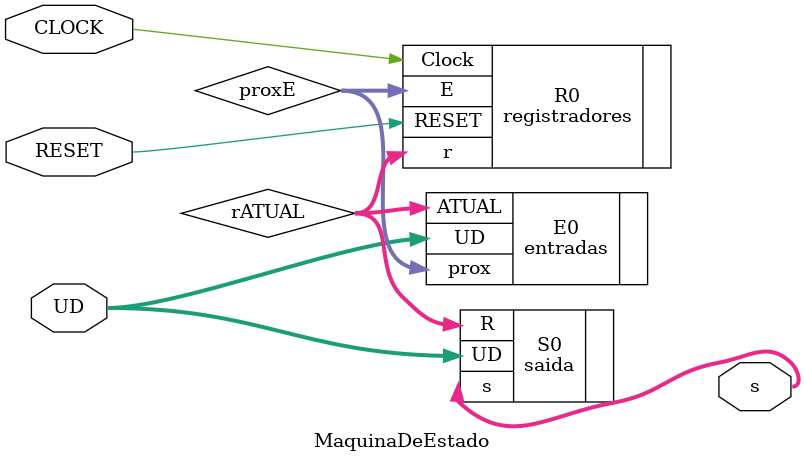
<source format=v>
module MaquinaDeEstado(CLOCK,UD,RESET,s);
	input CLOCK,RESET;
	input [1:0] UD;
	output [3:0] s;
	wire [3:0] proxE,rATUAL;

	entradas E0(.UD(UD), .ATUAL(rATUAL), .prox(proxE));
	registradores R0(.Clock(CLOCK),.RESET(RESET),.E(proxE),.r(rATUAL));
	saida S0(.R(rATUAL), .UD(UD), .s(s));
	
endmodule 
</source>
